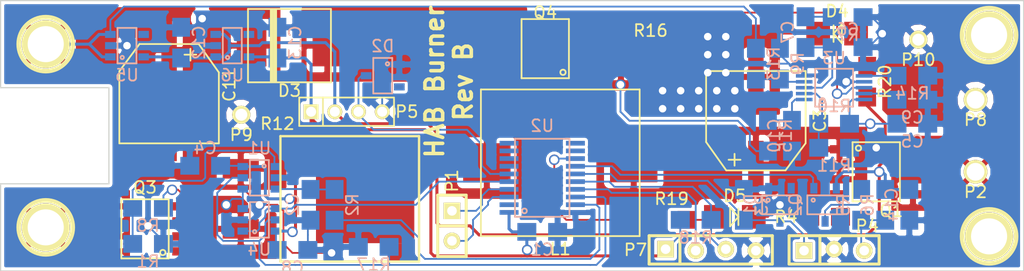
<source format=kicad_pcb>
(kicad_pcb (version 4) (host pcbnew "(after 2015-mar-04 BZR unknown)-product")
  (layers (0 F.Cu signal) (31 B.Cu signal hide) (34 B.Paste user) (35 F.Paste user) (36 B.SilkS user hide) (37 F.SilkS user) (38 B.Mask user) (39 F.Mask user) (44 Edge.Cuts user))
  (net 0 "")
  (net 1 /DATA_IN)
  (net 2 /NI_-)
  (net 3 GND)
  (net 4 +3.3V)
  (net 5 "Net-(C2-Pad1)")
  (net 6 "Net-(C3-PadP)")
  (net 7 "Net-(C6-Pad2)")
  (net 8 "Net-(C7-Pad1)")
  (net 9 "Net-(C9-Pad1)")
  (net 10 "Net-(C10-Pad1)")
  (net 11 +12V)
  (net 12 +5V)
  (net 13 /EXPANSION)
  (net 14 "Net-(D3-PadA)")
  (net 15 "Net-(P1-Pad1)")
  (net 16 "Net-(P1-Pad2)")
  (net 17 "Net-(P7-Pad2)")
  (net 18 "Net-(P7-Pad3)")
  (net 19 "Net-(Q1-PadG)")
  (net 20 "Net-(Q2-PadD)")
  (net 21 /DATA_OUT)
  (net 22 "Net-(Q3-PadS)")
  (net 23 "Net-(Q3-PadG)")
  (net 24 "Net-(Q4-PadS)")
  (net 25 "Net-(Q4-PadG)")
  (net 26 "Net-(R1-Pad1)")
  (net 27 /PWM)
  (net 28 "Net-(P4-Pad3)")
  (net 29 "Net-(R13-Pad1)")
  (net 30 "Net-(R10-Pad2)")
  (net 31 "Net-(R14-Pad1)")
  (net 32 /OP_CTRL)
  (net 33 /SENSE)
  (net 34 "Net-(U2-Pad7)")
  (net 35 "Net-(U2-Pad9)")
  (net 36 "Net-(U2-Pad11)")
  (net 37 "Net-(U2-Pad12)")
  (net 38 "Net-(P2-Pad1)")
  (net 39 "Net-(U2-Pad2)")
  (net 40 "Net-(U2-Pad10)")
  (net 41 "Net-(U2-Pad8)")
  (net 42 "Net-(D5-PadA)")
  (net 43 "Net-(R19-Pad2)")
  (net 44 "Net-(D4-PadA)")
  (module SMD:SMD_0805 (layer F.Cu) (at 224.79 165.354)
    (fp_text reference R20 (at 1.5 0 90) (layer F.SilkS))
    (fp_text value RES hide)
    (pad 1 smd rect (at 0 -1.3) (size 1.5 1.6) (layers F.Cu F.Paste F.Mask) (net 44 "Net-(D4-PadA)"))
    (pad 2 smd rect (at 0 1.3) (size 1.5 1.6) (layers F.Cu F.Paste F.Mask) (net 12 +5V))
  )
  (module SMD:SMD_0805 (layer F.Cu) (at 208.28 177.038 270)
    (fp_text reference R19 (at -1.778 0 360) (layer F.SilkS))
    (fp_text value RES hide)
    (pad 1 smd rect (at 0 -1.3 270) (size 1.5 1.6) (layers F.Cu F.Paste F.Mask) (net 42 "Net-(D5-PadA)"))
    (pad 2 smd rect (at 0 1.3 270) (size 1.5 1.6) (layers F.Cu F.Paste F.Mask) (net 43 "Net-(R19-Pad2)"))
  )
  (module Connectors:CONN_2.54mm_1x1 (layer F.Cu) (at 229.108 161.798)
    (fp_text reference P10 (at 0 1.7) (layer F.SilkS))
    (fp_text value CONN_1 hide)
    (pad 1 thru_hole circle (at 0 0) (size 1.524 1.524) (drill 1.016) (layers *.Cu *.Mask F.SilkS) (net 3 GND))
  )
  (module Connectors:CONN_2.54mm_1x1 (layer F.Cu) (at 171.958 168.148)
    (fp_text reference P9 (at 0 1.7) (layer F.SilkS))
    (fp_text value CONN_1 hide)
    (pad 1 thru_hole circle (at 0 0) (size 1.524 1.524) (drill 1.016) (layers *.Cu *.Mask F.SilkS) (net 3 GND))
  )
  (module SMD:SMD_0805 (layer B.Cu) (at 228.346 175.768 180)
    (fp_text reference C14 (at 1.5 0 450) (layer B.SilkS) (effects (justify mirror)))
    (fp_text value 1uF hide)
    (pad 1 smd rect (at 0 1.3 180) (size 1.5 1.6) (layers B.Cu B.Paste B.Mask) (net 12 +5V))
    (pad 2 smd rect (at 0 -1.3 180) (size 1.5 1.6) (layers B.Cu B.Paste B.Mask) (net 3 GND))
  )
  (module Connectors:CONN_2.54mm_1x1 (layer F.Cu) (at 233.934 172.974)
    (fp_text reference P2 (at 0 1.7) (layer F.SilkS))
    (fp_text value CONN_1 hide)
    (pad 1 thru_hole circle (at 0 0) (size 2 2) (drill 1.5) (layers *.Cu *.Mask F.SilkS) (net 38 "Net-(P2-Pad1)"))
  )
  (module Connectors:CONN_2.54mm_1x1 (layer F.Cu) (at 233.934 166.878)
    (fp_text reference P8 (at 0 1.7) (layer F.SilkS))
    (fp_text value CONN_1 hide)
    (pad 1 thru_hole circle (at 0 0) (size 2 2) (drill 1.5) (layers *.Cu *.Mask F.SilkS) (net 3 GND))
  )
  (module Diodes:DIODE_DO214AB-SMC (layer F.Cu) (at 176.022 162.306 90)
    (fp_text reference D3 (at -3.81 0 180) (layer F.SilkS))
    (fp_text value SL42-E3 hide)
    (pad C smd rect (at 0 -3.2 90) (size 3.5 2.5) (layers F.Cu F.Paste F.Mask) (net 11 +12V))
    (pad A smd rect (at 0 3.2 90) (size 3.5 2.5) (layers F.Cu F.Paste F.Mask) (net 14 "Net-(D3-PadA)"))
  )
  (module SMD:SOT-23-5 (layer B.Cu) (at 171.196 162.306 270)
    (fp_text reference U6 (at 2.5 0 540) (layer B.SilkS) (effects (justify mirror)))
    (fp_text value MIC5203-3.3 hide)
    (pad 4 smd rect (at -0.95 -1.4 270) (size 0.6 0.9) (layers B.Cu B.Paste B.Mask))
    (pad 2 smd rect (at 0 1.4 270) (size 0.6 0.9) (layers B.Cu B.Paste B.Mask) (net 3 GND))
    (pad 5 smd rect (at 0.95 -1.4 270) (size 0.6 0.9) (layers B.Cu B.Paste B.Mask) (net 4 +3.3V))
    (pad 3 smd rect (at -0.95 1.4 270) (size 0.6 0.9) (layers B.Cu B.Paste B.Mask) (net 12 +5V))
    (pad 1 smd rect (at 0.95 1.4 270) (size 0.6 0.9) (layers B.Cu B.Paste B.Mask) (net 12 +5V))
  )
  (module SMD:SOT-23-5 (layer B.Cu) (at 162.306 162.306 270)
    (fp_text reference U5 (at 2.5 0 540) (layer B.SilkS) (effects (justify mirror)))
    (fp_text value MIC5203-5.0 hide)
    (pad 4 smd rect (at -0.95 -1.4 270) (size 0.6 0.9) (layers B.Cu B.Paste B.Mask))
    (pad 2 smd rect (at 0 1.4 270) (size 0.6 0.9) (layers B.Cu B.Paste B.Mask) (net 3 GND))
    (pad 5 smd rect (at 0.95 -1.4 270) (size 0.6 0.9) (layers B.Cu B.Paste B.Mask) (net 12 +5V))
    (pad 3 smd rect (at -0.95 1.4 270) (size 0.6 0.9) (layers B.Cu B.Paste B.Mask) (net 11 +12V))
    (pad 1 smd rect (at 0.95 1.4 270) (size 0.6 0.9) (layers B.Cu B.Paste B.Mask) (net 11 +12V))
  )
  (module SMD:SOT-23-6 (layer B.Cu) (at 173.482 177.038 270)
    (fp_text reference U4 (at 2.5 0 540) (layer B.SilkS) (effects (justify mirror)))
    (fp_text value ADA4805-1 hide)
    (pad 4 smd rect (at -0.95 -1.4 270) (size 0.6 0.9) (layers B.Cu B.Paste B.Mask) (net 33 /SENSE))
    (pad 2 smd rect (at 0 1.4 270) (size 0.6 0.9) (layers B.Cu B.Paste B.Mask) (net 3 GND))
    (pad 6 smd rect (at 0.95 -1.4 270) (size 0.6 0.9) (layers B.Cu B.Paste B.Mask) (net 4 +3.3V))
    (pad 3 smd rect (at -0.95 1.4 270) (size 0.6 0.9) (layers B.Cu B.Paste B.Mask) (net 22 "Net-(Q3-PadS)"))
    (pad 1 smd rect (at 0.95 1.4 270) (size 0.6 0.9) (layers B.Cu B.Paste B.Mask) (net 33 /SENSE))
    (pad 5 smd rect (at 0 -1.4 270) (size 0.6 0.9) (layers B.Cu B.Paste B.Mask) (net 32 /OP_CTRL))
  )
  (module SMD:SOP_3.0mm_0.5mm_10 (layer B.Cu) (at 221.996 165.862 90)
    (fp_text reference U3 (at 2.5 0 360) (layer B.SilkS) (effects (justify mirror)))
    (fp_text value LM3481 hide)
    (pad 10 smd rect (at -1 2.525 90) (size 0.3 1.4) (layers B.Cu B.Paste B.Mask) (net 6 "Net-(C3-PadP)"))
    (pad 9 smd rect (at -0.5 2.525 90) (size 0.3 1.4) (layers B.Cu B.Paste B.Mask) (net 9 "Net-(C9-Pad1)"))
    (pad 8 smd rect (at 0 2.525 90) (size 0.3 1.4) (layers B.Cu B.Paste B.Mask) (net 25 "Net-(Q4-PadG)"))
    (pad 7 smd rect (at 0.5 2.525 90) (size 0.3 1.4) (layers B.Cu B.Paste B.Mask) (net 3 GND))
    (pad 6 smd rect (at 1 2.525 90) (size 0.3 1.4) (layers B.Cu B.Paste B.Mask) (net 31 "Net-(R14-Pad1)"))
    (pad 5 smd rect (at 1 -2.525 90) (size 0.3 1.4) (layers B.Cu B.Paste B.Mask) (net 3 GND))
    (pad 4 smd rect (at 0.5 -2.525 90) (size 0.3 1.4) (layers B.Cu B.Paste B.Mask) (net 29 "Net-(R13-Pad1)"))
    (pad 3 smd rect (at 0 -2.525 90) (size 0.3 1.4) (layers B.Cu B.Paste B.Mask) (net 7 "Net-(C6-Pad2)"))
    (pad 2 smd rect (at -0.5 -2.525 90) (size 0.3 1.4) (layers B.Cu B.Paste B.Mask) (net 30 "Net-(R10-Pad2)"))
    (pad 1 smd rect (at -1 -2.525 90) (size 0.3 1.4) (layers B.Cu B.Paste B.Mask) (net 10 "Net-(C10-Pad1)"))
  )
  (module SMD:SOP_4.5mm_0.65mm_20 (layer B.Cu) (at 197.358 173.482 90)
    (fp_text reference U2 (at 4.4 0 360) (layer B.SilkS) (effects (justify mirror)))
    (fp_text value MSP430G2553-20 hide)
    (pad 1 smd rect (at -2.925 -2.8 90) (size 0.4 1.6) (layers B.Cu B.Paste B.Mask) (net 4 +3.3V))
    (pad 2 smd rect (at -2.275 -2.8 90) (size 0.4 1.6) (layers B.Cu B.Paste B.Mask) (net 39 "Net-(U2-Pad2)"))
    (pad 3 smd rect (at -1.625 -2.8 90) (size 0.4 1.6) (layers B.Cu B.Paste B.Mask) (net 16 "Net-(P1-Pad2)"))
    (pad 4 smd rect (at -0.975 -2.8 90) (size 0.4 1.6) (layers B.Cu B.Paste B.Mask) (net 15 "Net-(P1-Pad1)"))
    (pad 5 smd rect (at -0.325 -2.8 90) (size 0.4 1.6) (layers B.Cu B.Paste B.Mask) (net 33 /SENSE))
    (pad 6 smd rect (at 0.325 -2.8 90) (size 0.4 1.6) (layers B.Cu B.Paste B.Mask) (net 13 /EXPANSION))
    (pad 7 smd rect (at 0.975 -2.8 90) (size 0.4 1.6) (layers B.Cu B.Paste B.Mask) (net 34 "Net-(U2-Pad7)"))
    (pad 8 smd rect (at 1.625 -2.8 90) (size 0.4 1.6) (layers B.Cu B.Paste B.Mask) (net 41 "Net-(U2-Pad8)"))
    (pad 9 smd rect (at 2.275 -2.8 90) (size 0.4 1.6) (layers B.Cu B.Paste B.Mask) (net 35 "Net-(U2-Pad9)"))
    (pad 10 smd rect (at 2.925 -2.8 90) (size 0.4 1.6) (layers B.Cu B.Paste B.Mask) (net 40 "Net-(U2-Pad10)"))
    (pad 11 smd rect (at 2.925 2.8 90) (size 0.4 1.6) (layers B.Cu B.Paste B.Mask) (net 36 "Net-(U2-Pad11)"))
    (pad 12 smd rect (at 2.275 2.8 90) (size 0.4 1.6) (layers B.Cu B.Paste B.Mask) (net 37 "Net-(U2-Pad12)"))
    (pad 13 smd rect (at 1.625 2.8 90) (size 0.4 1.6) (layers B.Cu B.Paste B.Mask) (net 43 "Net-(R19-Pad2)"))
    (pad 14 smd rect (at 0.975 2.8 90) (size 0.4 1.6) (layers B.Cu B.Paste B.Mask) (net 21 /DATA_OUT))
    (pad 15 smd rect (at 0.325 2.8 90) (size 0.4 1.6) (layers B.Cu B.Paste B.Mask) (net 1 /DATA_IN))
    (pad 16 smd rect (at -0.325 2.8 90) (size 0.4 1.6) (layers B.Cu B.Paste B.Mask) (net 18 "Net-(P7-Pad3)"))
    (pad 17 smd rect (at -0.975 2.8 90) (size 0.4 1.6) (layers B.Cu B.Paste B.Mask) (net 17 "Net-(P7-Pad2)"))
    (pad 18 smd rect (at -1.625 2.8 90) (size 0.4 1.6) (layers B.Cu B.Paste B.Mask) (net 32 /OP_CTRL))
    (pad 19 smd rect (at -2.275 2.8 90) (size 0.4 1.6) (layers B.Cu B.Paste B.Mask) (net 27 /PWM))
    (pad 20 smd rect (at -2.925 2.8 90) (size 0.4 1.6) (layers B.Cu B.Paste B.Mask) (net 3 GND))
  )
  (module SMD:SOT-23-6 (layer B.Cu) (at 173.482 173.482 90)
    (fp_text reference U1 (at 2.5 0 360) (layer B.SilkS) (effects (justify mirror)))
    (fp_text value ADA4805-1 hide)
    (pad 4 smd rect (at -0.95 -1.4 90) (size 0.6 0.9) (layers B.Cu B.Paste B.Mask) (net 22 "Net-(Q3-PadS)"))
    (pad 2 smd rect (at 0 1.4 90) (size 0.6 0.9) (layers B.Cu B.Paste B.Mask) (net 3 GND))
    (pad 6 smd rect (at 0.95 -1.4 90) (size 0.6 0.9) (layers B.Cu B.Paste B.Mask) (net 4 +3.3V))
    (pad 3 smd rect (at -0.95 1.4 90) (size 0.6 0.9) (layers B.Cu B.Paste B.Mask) (net 5 "Net-(C2-Pad1)"))
    (pad 1 smd rect (at 0.95 1.4 90) (size 0.6 0.9) (layers B.Cu B.Paste B.Mask) (net 26 "Net-(R1-Pad1)"))
    (pad 5 smd rect (at 0 -1.4 90) (size 0.6 0.9) (layers B.Cu B.Paste B.Mask) (net 32 /OP_CTRL))
  )
  (module SMD:SMD_0805 (layer B.Cu) (at 210.312 177.038 270)
    (fp_text reference R18 (at 1.5 0 540) (layer B.SilkS) (effects (justify mirror)))
    (fp_text value 10k hide)
    (pad 1 smd rect (at 0 1.3 270) (size 1.5 1.6) (layers B.Cu B.Paste B.Mask) (net 4 +3.3V))
    (pad 2 smd rect (at 0 -1.3 270) (size 1.5 1.6) (layers B.Cu B.Paste B.Mask) (net 18 "Net-(P7-Pad3)"))
  )
  (module SMD:SMD_0805 (layer B.Cu) (at 183.134 179.324 270)
    (fp_text reference R17 (at 1.5 0 540) (layer B.SilkS) (effects (justify mirror)))
    (fp_text value 10k hide)
    (pad 1 smd rect (at 0 1.3 270) (size 1.5 1.6) (layers B.Cu B.Paste B.Mask) (net 3 GND))
    (pad 2 smd rect (at 0 -1.3 270) (size 1.5 1.6) (layers B.Cu B.Paste B.Mask) (net 32 /OP_CTRL))
  )
  (module SMD:SMD_0805 (layer B.Cu) (at 216.408 169.926)
    (fp_text reference R15 (at 1.5 0 270) (layer B.SilkS) (effects (justify mirror)))
    (fp_text value 100 hide)
    (pad 1 smd rect (at 0 1.3) (size 1.5 1.6) (layers B.Cu B.Paste B.Mask) (net 24 "Net-(Q4-PadS)"))
    (pad 2 smd rect (at 0 -1.3) (size 1.5 1.6) (layers B.Cu B.Paste B.Mask) (net 10 "Net-(C10-Pad1)"))
  )
  (module SMD:SMD_0805 (layer B.Cu) (at 228.6 164.846 270)
    (fp_text reference R14 (at 1.5 0 540) (layer B.SilkS) (effects (justify mirror)))
    (fp_text value 40.2k hide)
    (pad 1 smd rect (at 0 1.3 270) (size 1.5 1.6) (layers B.Cu B.Paste B.Mask) (net 31 "Net-(R14-Pad1)"))
    (pad 2 smd rect (at 0 -1.3 270) (size 1.5 1.6) (layers B.Cu B.Paste B.Mask) (net 3 GND))
  )
  (module SMD:SMD_0805 (layer B.Cu) (at 215.392 163.83)
    (fp_text reference R13 (at 1.5 0 270) (layer B.SilkS) (effects (justify mirror)))
    (fp_text value 8.45k hide)
    (pad 1 smd rect (at 0 1.3) (size 1.5 1.6) (layers B.Cu B.Paste B.Mask) (net 29 "Net-(R13-Pad1)"))
    (pad 2 smd rect (at 0 -1.3) (size 1.5 1.6) (layers B.Cu B.Paste B.Mask) (net 11 +12V))
  )
  (module Resistors:RES_D2PACK (layer F.Cu) (at 175.26 175.26 270)
    (fp_text reference R12 (at -6.35 0.254 360) (layer F.SilkS))
    (fp_text value 1 hide)
    (pad 1 smd rect (at -2.54 3.35 270) (size 1.651 3.048) (layers F.Cu F.Paste F.Mask) (net 3 GND))
    (pad 3 smd rect (at 0 -7.15 270) (size 7.5 8.3) (layers F.Cu F.Paste F.Mask))
    (pad 2 smd rect (at 2.54 3.35 270) (size 1.651 3.048) (layers F.Cu F.Paste F.Mask) (net 22 "Net-(Q3-PadS)"))
    (pad 3 smd rect (at -4.5 -10.175 270) (size 1.5 2.25) (layers F.Cu F.Paste F.Mask))
    (pad 3 smd rect (at 4.5 -10.175 270) (size 1.5 2.25) (layers F.Cu F.Paste F.Mask))
  )
  (module SMD:SMD_0805 (layer B.Cu) (at 221.996 170.942 270)
    (fp_text reference R11 (at 1.5 0 540) (layer B.SilkS) (effects (justify mirror)))
    (fp_text value 45.3k hide)
    (pad 1 smd rect (at 0 1.3 270) (size 1.5 1.6) (layers B.Cu B.Paste B.Mask) (net 30 "Net-(R10-Pad2)"))
    (pad 2 smd rect (at 0 -1.3 270) (size 1.5 1.6) (layers B.Cu B.Paste B.Mask) (net 3 GND))
  )
  (module SMD:SMD_0805 (layer B.Cu) (at 221.996 168.91 90)
    (fp_text reference R10 (at 1.5 0 360) (layer B.SilkS) (effects (justify mirror)))
    (fp_text value 41.2k hide)
    (pad 1 smd rect (at 0 1.3 90) (size 1.5 1.6) (layers B.Cu B.Paste B.Mask) (net 6 "Net-(C3-PadP)"))
    (pad 2 smd rect (at 0 -1.3 90) (size 1.5 1.6) (layers B.Cu B.Paste B.Mask) (net 30 "Net-(R10-Pad2)"))
  )
  (module SMD:SMD_0805 (layer B.Cu) (at 217.424 163.83)
    (fp_text reference R9 (at 1.5 0 270) (layer B.SilkS) (effects (justify mirror)))
    (fp_text value 1k hide)
    (pad 1 smd rect (at 0 1.3) (size 1.5 1.6) (layers B.Cu B.Paste B.Mask) (net 29 "Net-(R13-Pad1)"))
    (pad 2 smd rect (at 0 -1.3) (size 1.5 1.6) (layers B.Cu B.Paste B.Mask) (net 3 GND))
  )
  (module SMD:SMD_0805 (layer B.Cu) (at 164.084 176.022 270)
    (fp_text reference R8 (at 1.5 0 540) (layer B.SilkS) (effects (justify mirror)))
    (fp_text value 1k hide)
    (pad 1 smd rect (at 0 1.3 270) (size 1.5 1.6) (layers B.Cu B.Paste B.Mask) (net 26 "Net-(R1-Pad1)"))
    (pad 2 smd rect (at 0 -1.3 270) (size 1.5 1.6) (layers B.Cu B.Paste B.Mask) (net 23 "Net-(Q3-PadG)"))
  )
  (module SMD:SMD_0805 (layer B.Cu) (at 223.139 159.893 270)
    (fp_text reference R7 (at 1.5 0 540) (layer B.SilkS) (effects (justify mirror)))
    (fp_text value 3.16k hide)
    (pad 1 smd rect (at 0 1.3 270) (size 1.5 1.6) (layers B.Cu B.Paste B.Mask) (net 8 "Net-(C7-Pad1)"))
    (pad 2 smd rect (at 0 -1.3 270) (size 1.5 1.6) (layers B.Cu B.Paste B.Mask) (net 3 GND))
  )
  (module SMD:SMD_0805 (layer B.Cu) (at 226.314 175.768 180)
    (fp_text reference R6 (at 1.5 0 450) (layer B.SilkS) (effects (justify mirror)))
    (fp_text value 400 hide)
    (pad 1 smd rect (at 0 1.3 180) (size 1.5 1.6) (layers B.Cu B.Paste B.Mask) (net 12 +5V))
    (pad 2 smd rect (at 0 -1.3 180) (size 1.5 1.6) (layers B.Cu B.Paste B.Mask) (net 28 "Net-(P4-Pad3)"))
  )
  (module SMD:SMD_0805 (layer B.Cu) (at 224.282 175.768 180)
    (fp_text reference R5 (at 1.5 0 450) (layer B.SilkS) (effects (justify mirror)))
    (fp_text value 240 hide)
    (pad 1 smd rect (at 0 1.3 180) (size 1.5 1.6) (layers B.Cu B.Paste B.Mask) (net 20 "Net-(Q2-PadD)"))
    (pad 2 smd rect (at 0 -1.3 180) (size 1.5 1.6) (layers B.Cu B.Paste B.Mask) (net 28 "Net-(P4-Pad3)"))
  )
  (module SMD:SMD_0805 (layer F.Cu) (at 221.234 176.784 270)
    (fp_text reference R4 (at 0 3.302 360) (layer F.SilkS))
    (fp_text value 10k hide)
    (pad 1 smd rect (at 0 -1.3 270) (size 1.5 1.6) (layers F.Cu F.Paste F.Mask) (net 19 "Net-(Q1-PadG)"))
    (pad 2 smd rect (at 0 1.3 270) (size 1.5 1.6) (layers F.Cu F.Paste F.Mask) (net 3 GND))
  )
  (module SMD:SMD_0805 (layer B.Cu) (at 214.376 175.768)
    (fp_text reference R3 (at 1.5 0 270) (layer B.SilkS) (effects (justify mirror)))
    (fp_text value 100 hide)
    (pad 1 smd rect (at 0 1.3) (size 1.5 1.6) (layers B.Cu B.Paste B.Mask) (net 1 /DATA_IN))
    (pad 2 smd rect (at 0 -1.3) (size 1.5 1.6) (layers B.Cu B.Paste B.Mask) (net 3 GND))
  )
  (module SMD:SMD_0805 (layer B.Cu) (at 179.832 175.768)
    (fp_text reference R2 (at 1.5 0 270) (layer B.SilkS) (effects (justify mirror)))
    (fp_text value 1.6k hide)
    (pad 1 smd rect (at 0 1.3) (size 1.5 1.6) (layers B.Cu B.Paste B.Mask) (net 27 /PWM))
    (pad 2 smd rect (at 0 -1.3) (size 1.5 1.6) (layers B.Cu B.Paste B.Mask) (net 5 "Net-(C2-Pad1)"))
  )
  (module SMD:SMD_0805 (layer B.Cu) (at 164.084 179.07 270)
    (fp_text reference R1 (at 1.5 0 540) (layer B.SilkS) (effects (justify mirror)))
    (fp_text value 10k hide)
    (pad 1 smd rect (at 0 1.3 270) (size 1.5 1.6) (layers B.Cu B.Paste B.Mask) (net 26 "Net-(R1-Pad1)"))
    (pad 2 smd rect (at 0 -1.3 270) (size 1.5 1.6) (layers B.Cu B.Paste B.Mask) (net 3 GND))
  )
  (module Transistors:TRANS_SO_4.0mm_1.27mm_8 (layer F.Cu) (at 197.612 162.56 90)
    (fp_text reference Q4 (at 3.048 0 180) (layer F.SilkS))
    (fp_text value IRF6201 hide)
    (pad S smd rect (at -1.905 3.1 90) (size 0.7 1.6) (layers F.Cu F.Paste F.Mask) (net 24 "Net-(Q4-PadS)"))
    (pad S smd rect (at -0.635 3.1 90) (size 0.7 1.6) (layers F.Cu F.Paste F.Mask) (net 24 "Net-(Q4-PadS)"))
    (pad S smd rect (at 0.635 3.1 90) (size 0.7 1.6) (layers F.Cu F.Paste F.Mask) (net 24 "Net-(Q4-PadS)"))
    (pad G smd rect (at 1.905 3.1 90) (size 0.7 1.6) (layers F.Cu F.Paste F.Mask) (net 25 "Net-(Q4-PadG)"))
    (pad D smd rect (at 1.905 -3.1 90) (size 0.7 1.6) (layers F.Cu F.Paste F.Mask) (net 14 "Net-(D3-PadA)"))
    (pad D smd rect (at 0.635 -3.1 90) (size 0.7 1.6) (layers F.Cu F.Paste F.Mask) (net 14 "Net-(D3-PadA)"))
    (pad D smd rect (at -0.635 -3.1 90) (size 0.7 1.6) (layers F.Cu F.Paste F.Mask) (net 14 "Net-(D3-PadA)"))
    (pad D smd rect (at -1.905 -3.1 90) (size 0.7 1.6) (layers F.Cu F.Paste F.Mask) (net 14 "Net-(D3-PadA)"))
  )
  (module Transistors:TRANS_SO_4.0mm_1.27mm_8 (layer F.Cu) (at 163.83 177.8 90)
    (fp_text reference Q3 (at 3.5 0 180) (layer F.SilkS))
    (fp_text value IRL6342 hide)
    (pad S smd rect (at -1.905 3.1 90) (size 0.7 1.6) (layers F.Cu F.Paste F.Mask) (net 22 "Net-(Q3-PadS)"))
    (pad S smd rect (at -0.635 3.1 90) (size 0.7 1.6) (layers F.Cu F.Paste F.Mask) (net 22 "Net-(Q3-PadS)"))
    (pad S smd rect (at 0.635 3.1 90) (size 0.7 1.6) (layers F.Cu F.Paste F.Mask) (net 22 "Net-(Q3-PadS)"))
    (pad G smd rect (at 1.905 3.1 90) (size 0.7 1.6) (layers F.Cu F.Paste F.Mask) (net 23 "Net-(Q3-PadG)"))
    (pad D smd rect (at 1.905 -3.1 90) (size 0.7 1.6) (layers F.Cu F.Paste F.Mask) (net 2 /NI_-))
    (pad D smd rect (at 0.635 -3.1 90) (size 0.7 1.6) (layers F.Cu F.Paste F.Mask) (net 2 /NI_-))
    (pad D smd rect (at -0.635 -3.1 90) (size 0.7 1.6) (layers F.Cu F.Paste F.Mask) (net 2 /NI_-))
    (pad D smd rect (at -1.905 -3.1 90) (size 0.7 1.6) (layers F.Cu F.Paste F.Mask) (net 2 /NI_-))
  )
  (module Transistors:TRANS_SOT-23-3 (layer B.Cu) (at 221.234 175.768 180)
    (fp_text reference Q2 (at 2.5 0 450) (layer B.SilkS) (effects (justify mirror)))
    (fp_text value IRLML6402 hide)
    (pad D smd rect (at 0 -1.4 180) (size 0.6 0.9) (layers B.Cu B.Paste B.Mask) (net 20 "Net-(Q2-PadD)"))
    (pad S smd rect (at -0.95 1.4 180) (size 0.6 0.9) (layers B.Cu B.Paste B.Mask) (net 12 +5V))
    (pad G smd rect (at 0.95 1.4 180) (size 0.6 0.9) (layers B.Cu B.Paste B.Mask) (net 21 /DATA_OUT))
  )
  (module Transistors:TRANS_SO_4.0mm_1.27mm_8 (layer F.Cu) (at 225.552 172.974 270)
    (fp_text reference Q1 (at 3.302 -1.27 360) (layer F.SilkS))
    (fp_text value IRF9310 hide)
    (pad S smd rect (at -1.905 3.1 270) (size 0.7 1.6) (layers F.Cu F.Paste F.Mask) (net 6 "Net-(C3-PadP)"))
    (pad S smd rect (at -0.635 3.1 270) (size 0.7 1.6) (layers F.Cu F.Paste F.Mask) (net 6 "Net-(C3-PadP)"))
    (pad S smd rect (at 0.635 3.1 270) (size 0.7 1.6) (layers F.Cu F.Paste F.Mask) (net 6 "Net-(C3-PadP)"))
    (pad G smd rect (at 1.905 3.1 270) (size 0.7 1.6) (layers F.Cu F.Paste F.Mask) (net 19 "Net-(Q1-PadG)"))
    (pad D smd rect (at 1.905 -3.1 270) (size 0.7 1.6) (layers F.Cu F.Paste F.Mask) (net 38 "Net-(P2-Pad1)"))
    (pad D smd rect (at 0.635 -3.1 270) (size 0.7 1.6) (layers F.Cu F.Paste F.Mask) (net 38 "Net-(P2-Pad1)"))
    (pad D smd rect (at -0.635 -3.1 270) (size 0.7 1.6) (layers F.Cu F.Paste F.Mask) (net 38 "Net-(P2-Pad1)"))
    (pad D smd rect (at -1.905 -3.1 270) (size 0.7 1.6) (layers F.Cu F.Paste F.Mask) (net 38 "Net-(P2-Pad1)"))
  )
  (module Connectors:CONN_2.00mm_1x4 (layer F.Cu) (at 180.848 167.894)
    (fp_text reference P5 (at 5.08 0) (layer F.SilkS))
    (fp_text value CONN_01X04 hide)
    (pad 1 thru_hole rect (at -3 0) (size 1.25 1.25) (drill 0.85) (layers *.Cu *.Mask F.SilkS) (net 4 +3.3V))
    (pad 2 thru_hole circle (at -1 0) (size 1.25 1.25) (drill 0.85) (layers *.Cu *.Mask F.SilkS) (net 12 +5V))
    (pad 3 thru_hole circle (at 1 0) (size 1.25 1.25) (drill 0.85) (layers *.Cu *.Mask F.SilkS) (net 13 /EXPANSION))
    (pad 4 thru_hole circle (at 3 0) (size 1.25 1.25) (drill 0.85) (layers *.Cu *.Mask F.SilkS) (net 3 GND))
  )
  (module Inductors:IND_BOURNS_SRP1238A (layer F.Cu) (at 198.882 172.212 270)
    (fp_text reference L1 (at 7.3 0 360) (layer F.SilkS))
    (fp_text value 1.8u hide)
    (pad 1 smd rect (at 0 -6.2 270) (size 3.3 4) (layers F.Cu F.Paste F.Mask) (net 6 "Net-(C3-PadP)"))
    (pad 2 smd rect (at 0 6.2 270) (size 3.3 4) (layers F.Cu F.Paste F.Mask) (net 14 "Net-(D3-PadA)"))
  )
  (module Diodes:DIODE_SOT-23-3 (layer B.Cu) (at 183.896 164.846 90)
    (fp_text reference D2 (at 2.5 0 360) (layer B.SilkS) (effects (justify mirror)))
    (fp_text value 3V hide)
    (pad C smd rect (at 0 -1.4 90) (size 0.6 0.9) (layers B.Cu B.Paste B.Mask) (net 13 /EXPANSION))
    (pad "" smd rect (at -0.95 1.4 90) (size 0.6 0.9) (layers B.Cu B.Paste B.Mask))
    (pad A smd rect (at 0.95 1.4 90) (size 0.6 0.9) (layers B.Cu B.Paste B.Mask) (net 3 GND))
  )
  (module Diodes:DIODE_SOT-23-3 (layer B.Cu) (at 217.424 175.768 180)
    (fp_text reference D1 (at 2.5 0 450) (layer B.SilkS) (effects (justify mirror)))
    (fp_text value 3V hide)
    (pad C smd rect (at 0 -1.4 180) (size 0.6 0.9) (layers B.Cu B.Paste B.Mask) (net 1 /DATA_IN))
    (pad "" smd rect (at -0.95 1.4 180) (size 0.6 0.9) (layers B.Cu B.Paste B.Mask))
    (pad A smd rect (at 0.95 1.4 180) (size 0.6 0.9) (layers B.Cu B.Paste B.Mask) (net 3 GND))
  )
  (module SMD:SMD_0805 (layer B.Cu) (at 175.006 162.052)
    (fp_text reference C13 (at 1.5 0 270) (layer B.SilkS) (effects (justify mirror)))
    (fp_text value 10u hide)
    (pad 1 smd rect (at 0 1.3) (size 1.5 1.6) (layers B.Cu B.Paste B.Mask) (net 4 +3.3V))
    (pad 2 smd rect (at 0 -1.3) (size 1.5 1.6) (layers B.Cu B.Paste B.Mask) (net 3 GND))
  )
  (module SMD:SMD_0805 (layer B.Cu) (at 166.878 162.052)
    (fp_text reference C12 (at 1.5 0 270) (layer B.SilkS) (effects (justify mirror)))
    (fp_text value 10u hide)
    (pad 1 smd rect (at 0 1.3) (size 1.5 1.6) (layers B.Cu B.Paste B.Mask) (net 12 +5V))
    (pad 2 smd rect (at 0 -1.3) (size 1.5 1.6) (layers B.Cu B.Paste B.Mask) (net 3 GND))
  )
  (module Capacitors:SMD_POL_E12_8.3mm (layer F.Cu) (at 165.862 166.37 180)
    (fp_text reference C11 (at -5.08 0.762 270) (layer F.SilkS))
    (fp_text value 390u hide)
    (pad N smd rect (at 0 -3.7 180) (size 1.3 4) (layers F.Cu F.Paste F.Mask) (net 3 GND))
    (pad P smd rect (at 0 3.7 180) (size 1.3 4) (layers F.Cu F.Paste F.Mask) (net 11 +12V))
  )
  (module SMD:SMD_0805 (layer B.Cu) (at 218.44 169.926 180)
    (fp_text reference C10 (at 1.5 0 450) (layer B.SilkS) (effects (justify mirror)))
    (fp_text value 10n hide)
    (pad 1 smd rect (at 0 1.3 180) (size 1.5 1.6) (layers B.Cu B.Paste B.Mask) (net 10 "Net-(C10-Pad1)"))
    (pad 2 smd rect (at 0 -1.3 180) (size 1.5 1.6) (layers B.Cu B.Paste B.Mask) (net 3 GND))
  )
  (module SMD:SMD_0805 (layer B.Cu) (at 228.6 166.878 270)
    (fp_text reference C9 (at 1.5 0 540) (layer B.SilkS) (effects (justify mirror)))
    (fp_text value 470n hide)
    (pad 1 smd rect (at 0 1.3 270) (size 1.5 1.6) (layers B.Cu B.Paste B.Mask) (net 9 "Net-(C9-Pad1)"))
    (pad 2 smd rect (at 0 -1.3 270) (size 1.5 1.6) (layers B.Cu B.Paste B.Mask) (net 3 GND))
  )
  (module SMD:SMD_0805 (layer B.Cu) (at 176.276 179.578 270)
    (fp_text reference C8 (at 1.5 0 540) (layer B.SilkS) (effects (justify mirror)))
    (fp_text value 0.1uF hide)
    (pad 1 smd rect (at 0 1.3 270) (size 1.5 1.6) (layers B.Cu B.Paste B.Mask) (net 4 +3.3V))
    (pad 2 smd rect (at 0 -1.3 270) (size 1.5 1.6) (layers B.Cu B.Paste B.Mask) (net 3 GND))
  )
  (module SMD:SMD_0805 (layer B.Cu) (at 219.583 161.163 180)
    (fp_text reference C7 (at 1.5 0 450) (layer B.SilkS) (effects (justify mirror)))
    (fp_text value 47n hide)
    (pad 1 smd rect (at 0 1.3 180) (size 1.5 1.6) (layers B.Cu B.Paste B.Mask) (net 8 "Net-(C7-Pad1)"))
    (pad 2 smd rect (at 0 -1.3 180) (size 1.5 1.6) (layers B.Cu B.Paste B.Mask) (net 7 "Net-(C6-Pad2)"))
  )
  (module SMD:SMD_0805 (layer B.Cu) (at 223.139 162.433 90)
    (fp_text reference C6 (at 1.5 0 360) (layer B.SilkS) (effects (justify mirror)))
    (fp_text value 2.2n hide)
    (pad 1 smd rect (at 0 1.3 90) (size 1.5 1.6) (layers B.Cu B.Paste B.Mask) (net 3 GND))
    (pad 2 smd rect (at 0 -1.3 90) (size 1.5 1.6) (layers B.Cu B.Paste B.Mask) (net 7 "Net-(C6-Pad2)"))
  )
  (module SMD:SMD_0805 (layer B.Cu) (at 228.6 168.91 270)
    (fp_text reference C5 (at 1.5 0 540) (layer B.SilkS) (effects (justify mirror)))
    (fp_text value 1u hide)
    (pad 1 smd rect (at 0 1.3 270) (size 1.5 1.6) (layers B.Cu B.Paste B.Mask) (net 6 "Net-(C3-PadP)"))
    (pad 2 smd rect (at 0 -1.3 270) (size 1.5 1.6) (layers B.Cu B.Paste B.Mask) (net 3 GND))
  )
  (module SMD:SMD_0805 (layer B.Cu) (at 168.91 172.466 90)
    (fp_text reference C4 (at 1.5 0 360) (layer B.SilkS) (effects (justify mirror)))
    (fp_text value 0.1uF hide)
    (pad 1 smd rect (at 0 1.3 90) (size 1.5 1.6) (layers B.Cu B.Paste B.Mask) (net 4 +3.3V))
    (pad 2 smd rect (at 0 -1.3 90) (size 1.5 1.6) (layers B.Cu B.Paste B.Mask) (net 3 GND))
  )
  (module Capacitors:SMD_POL_E12_8.3mm (layer F.Cu) (at 215.392 168.656)
    (fp_text reference C3 (at 5.4 0 90) (layer F.SilkS))
    (fp_text value 390u hide)
    (pad N smd rect (at 0 -3.7) (size 1.3 4) (layers F.Cu F.Paste F.Mask) (net 3 GND))
    (pad P smd rect (at 0 3.7) (size 1.3 4) (layers F.Cu F.Paste F.Mask) (net 6 "Net-(C3-PadP)"))
  )
  (module SMD:SMD_0805 (layer B.Cu) (at 177.8 175.768 180)
    (fp_text reference C2 (at 1.5 0 450) (layer B.SilkS) (effects (justify mirror)))
    (fp_text value 0.1uF hide)
    (pad 1 smd rect (at 0 1.3 180) (size 1.5 1.6) (layers B.Cu B.Paste B.Mask) (net 5 "Net-(C2-Pad1)"))
    (pad 2 smd rect (at 0 -1.3 180) (size 1.5 1.6) (layers B.Cu B.Paste B.Mask) (net 3 GND))
  )
  (module SMD:SMD_0805 (layer B.Cu) (at 197.358 178.054 270)
    (fp_text reference C1 (at 1.5 0 540) (layer B.SilkS) (effects (justify mirror)))
    (fp_text value 0.1uF hide)
    (pad 1 smd rect (at 0 1.3 270) (size 1.5 1.6) (layers B.Cu B.Paste B.Mask) (net 4 +3.3V))
    (pad 2 smd rect (at 0 -1.3 270) (size 1.5 1.6) (layers B.Cu B.Paste B.Mask) (net 3 GND))
  )
  (module 1pin (layer F.Cu) (at 155.448 177.673)
    (fp_text reference P6 hide)
    (fp_text value CONN_1 hide)
    (pad 1 thru_hole circle (at 0 0) (size 4.064 4.064) (drill 3.048) (layers *.Cu *.Mask F.SilkS) (net 2 /NI_-))
  )
  (module 1pin (layer F.Cu) (at 155.448 162.179)
    (fp_text reference P3 hide)
    (fp_text value CONN_1 hide)
    (pad 1 thru_hole circle (at 0 0) (size 4.064 4.064) (drill 3.048) (layers *.Cu *.Mask F.SilkS) (net 11 +12V))
  )
  (module 1pin (layer F.Cu) (at 235.077 161.417)
    (fp_text reference 1PIN hide)
    (fp_text value P*** hide)
    (pad 1 thru_hole circle (at 0 0) (size 4.064 4.064) (drill 3.048) (layers *.Cu *.Mask F.SilkS))
  )
  (module 1pin (layer F.Cu) (at 235.077 178.435)
    (fp_text reference 1PIN hide)
    (fp_text value P*** hide)
    (pad 1 thru_hole circle (at 0 0) (size 4.064 4.064) (drill 3.048) (layers *.Cu *.Mask F.SilkS))
  )
  (module Connectors:CONN_2.54mm_1x2 (layer F.Cu) (at 189.738 177.546 90)
    (fp_text reference P1 (at 3.81 0 90) (layer F.SilkS))
    (fp_text value CONN_2 hide)
    (pad 1 thru_hole rect (at 1.27 0 90) (size 1.397 1.397) (drill 0.8128) (layers *.Cu *.Mask F.SilkS) (net 15 "Net-(P1-Pad1)"))
    (pad 2 thru_hole circle (at -1.27 0 90) (size 1.397 1.397) (drill 0.8128) (layers *.Cu *.Mask F.SilkS) (net 16 "Net-(P1-Pad2)"))
  )
  (module Connectors:CONN_2.54mm_1x4 (layer F.Cu) (at 211.582 179.578 180)
    (fp_text reference P7 (at 6.35 0 180) (layer F.SilkS))
    (fp_text value CONN_4 hide)
    (pad 2 thru_hole circle (at 1.27 -0.06096 180) (size 1.397 1.397) (drill 0.8128) (layers *.Cu *.Mask F.SilkS) (net 17 "Net-(P7-Pad2)"))
    (pad 3 thru_hole circle (at -1.27 0.06096 180) (size 1.397 1.397) (drill 0.8128) (layers *.Cu *.Mask F.SilkS) (net 18 "Net-(P7-Pad3)"))
    (pad 1 thru_hole rect (at 3.81 0.06096 180) (size 1.397 1.397) (drill 0.8128) (layers *.Cu *.Mask F.SilkS) (net 4 +3.3V))
    (pad 4 thru_hole circle (at -3.81 -0.06096 180) (size 1.397 1.397) (drill 0.8128) (layers *.Cu *.Mask F.SilkS) (net 3 GND))
  )
  (module Connectors:CONN_2.54mm_1x3 (layer F.Cu) (at 221.996 179.578 180)
    (fp_text reference P4 (at -2.794 2.032 180) (layer F.SilkS))
    (fp_text value CONN_01X03 hide)
    (pad 1 thru_hole rect (at 2.54 -0.06096 180) (size 1.397 1.397) (drill 0.8128) (layers *.Cu *.Mask F.SilkS) (net 1 /DATA_IN))
    (pad 2 thru_hole circle (at 0 0.06096 180) (size 1.397 1.397) (drill 0.8128) (layers *.Cu *.Mask F.SilkS) (net 3 GND))
    (pad 3 thru_hole circle (at -2.54 -0.06096 180) (size 1.397 1.397) (drill 0.8128) (layers *.Cu *.Mask F.SilkS) (net 28 "Net-(P4-Pad3)"))
  )
  (module LEDs:LED_1206 (layer F.Cu) (at 222.25 161.29 270)
    (fp_text reference D4 (at -1.9 0 360) (layer F.SilkS))
    (fp_text value D_LED hide)
    (pad A smd rect (at 0 -1.6 270) (size 2 2) (layers F.Cu F.Paste F.Mask) (net 44 "Net-(D4-PadA)"))
    (pad C smd rect (at 0 1.6 270) (size 2 2) (layers F.Cu F.Paste F.Mask) (net 3 GND))
  )
  (module LEDs:LED_1206 (layer F.Cu) (at 213.614 176.784 90)
    (fp_text reference D5 (at 1.778 0 180) (layer F.SilkS))
    (fp_text value D_LED hide)
    (pad A smd rect (at 0 -1.6 90) (size 2 2) (layers F.Cu F.Paste F.Mask) (net 42 "Net-(D5-PadA)"))
    (pad C smd rect (at 0 1.6 90) (size 2 2) (layers F.Cu F.Paste F.Mask) (net 3 GND))
  )
  (module SMD:SMD_2010 (layer F.Cu) (at 206.502 163.322 90)
    (fp_text reference R16 (at 2.286 0 180) (layer F.SilkS))
    (fp_text value 3m hide)
    (pad 1 smd rect (at 0 -2.5 90) (size 2.8 2) (layers F.Cu F.Paste F.Mask) (net 24 "Net-(Q4-PadS)"))
    (pad 2 smd rect (at 0 2.5 90) (size 2.8 2) (layers F.Cu F.Paste F.Mask) (net 3 GND))
  )
  (gr_text "HAB Burner\nRev B" (at 189.484 165.354 90) (layer F.SilkS) (effects (font (size 1.5 1.5) (thickness 0.3))))
  (gr_line (start 237.998 158.496) (end 237.998 181.356) (angle 90) (layer Edge.Cuts) (width 0.1))
  (gr_line (start 191.008 158.496) (end 237.998 158.496) (angle 90) (layer Edge.Cuts) (width 0.1))
  (gr_line (start 237.998 181.356) (end 237.744 181.356) (angle 90) (layer Edge.Cuts) (width 0.1))
  (gr_line (start 191.008 181.356) (end 237.744 181.356) (angle 90) (layer Edge.Cuts) (width 0.1))
  (gr_line (start 151.638 181.356) (end 191.008 181.356) (angle 90) (layer Edge.Cuts) (width 0.1))
  (gr_line (start 160.782 173.99) (end 151.638 173.99) (angle 90) (layer Edge.Cuts) (width 0.1))
  (gr_line (start 151.638 173.99) (end 151.638 181.356) (angle 90) (layer Edge.Cuts) (width 0.1))
  (gr_line (start 191.008 158.496) (end 151.638 158.496) (angle 90) (layer Edge.Cuts) (width 0.1))
  (gr_line (start 151.638 165.862) (end 151.638 158.496) (angle 90) (layer Edge.Cuts) (width 0.1))
  (gr_line (start 160.782 165.862) (end 151.638 165.862) (angle 90) (layer Edge.Cuts) (width 0.1))
  (gr_line (start 160.782 165.862) (end 160.782 173.99) (angle 90) (layer Edge.Cuts) (width 0.1))
  (segment (start 214.376 177.068) (end 217.324 177.068) (width 0.1524) (layer B.Cu) (net 1))
  (segment (start 214.376 177.068) (end 214.66 177.068) (width 0.1524) (layer B.Cu) (net 1))
  (segment (start 217.324 177.068) (end 217.424 177.168) (width 0.1524) (layer B.Cu) (net 1))
  (segment (start 218.316 177.168) (end 219.456 178.308) (width 0.1524) (layer B.Cu) (net 1))
  (segment (start 219.456 178.308) (end 219.456 179.63896) (width 0.1524) (layer B.Cu) (net 1))
  (segment (start 217.424 177.168) (end 218.316 177.168) (width 0.1524) (layer B.Cu) (net 1))
  (segment (start 211.328 173.736) (end 203.708 173.736) (width 0.1524) (layer B.Cu) (net 1))
  (segment (start 203.708 173.736) (end 203.129 173.157) (width 0.1524) (layer B.Cu) (net 1))
  (segment (start 203.129 173.157) (end 200.158 173.157) (width 0.1524) (layer B.Cu) (net 1))
  (segment (start 214.376 176.784) (end 211.328 173.736) (width 0.1524) (layer B.Cu) (net 1))
  (segment (start 214.376 177.068) (end 214.376 176.784) (width 0.1524) (layer B.Cu) (net 1))
  (segment (start 215.214 176.784) (end 216.408 176.784) (width 0.1524) (layer F.Cu) (net 3))
  (segment (start 216.408 176.784) (end 217.424 175.768) (width 0.1524) (layer F.Cu) (net 3))
  (segment (start 220.65 161.29) (end 216.662 161.29) (width 0.1524) (layer F.Cu) (net 3))
  (segment (start 177.576 179.578) (end 179.324 179.578) (width 0.1524) (layer B.Cu) (net 3))
  (segment (start 175.006 175.768) (end 173.482 175.768) (width 0.1524) (layer F.Cu) (net 3))
  (segment (start 175.514 176.276) (end 175.006 175.768) (width 0.1524) (layer F.Cu) (net 3))
  (segment (start 175.514 179.07) (end 175.514 176.276) (width 0.1524) (layer F.Cu) (net 3))
  (segment (start 176.276 179.832) (end 175.514 179.07) (width 0.1524) (layer F.Cu) (net 3))
  (segment (start 179.578 179.832) (end 176.276 179.832) (width 0.1524) (layer F.Cu) (net 3))
  (via (at 179.578 179.832) (size 0.889) (layers F.Cu B.Cu) (net 3))
  (segment (start 179.324 179.578) (end 179.578 179.832) (width 0.1524) (layer B.Cu) (net 3))
  (segment (start 172.082 177.038) (end 172.72 177.038) (width 0.1524) (layer B.Cu) (net 3))
  (segment (start 172.72 177.038) (end 173.482 176.276) (width 0.1524) (layer B.Cu) (net 3))
  (segment (start 173.482 176.276) (end 173.482 175.768) (width 0.1524) (layer B.Cu) (net 3))
  (via (at 173.482 175.768) (size 0.889) (layers F.Cu B.Cu) (net 3))
  (segment (start 171.958 174.244) (end 171.958 172.768) (width 0.1524) (layer F.Cu) (net 3))
  (segment (start 173.482 175.768) (end 171.958 174.244) (width 0.1524) (layer F.Cu) (net 3))
  (segment (start 171.958 172.768) (end 171.91 172.72) (width 0.1524) (layer F.Cu) (net 3))
  (segment (start 219.934 176.784) (end 218.44 176.784) (width 0.1524) (layer F.Cu) (net 3))
  (segment (start 216.474 175.072) (end 216.474 174.368) (width 0.1524) (layer B.Cu) (net 3))
  (via (at 217.424 175.768) (size 0.889) (layers F.Cu B.Cu) (net 3))
  (segment (start 217.17 175.768) (end 217.424 175.768) (width 0.1524) (layer B.Cu) (net 3))
  (segment (start 216.474 175.072) (end 217.17 175.768) (width 0.1524) (layer B.Cu) (net 3))
  (segment (start 218.44 176.784) (end 217.424 175.768) (width 0.1524) (layer F.Cu) (net 3))
  (segment (start 218.186 163.83) (end 213.614 163.83) (width 0.1524) (layer B.Cu) (net 3))
  (segment (start 213.614 163.83) (end 212.852 163.068) (width 0.1524) (layer B.Cu) (net 3))
  (segment (start 209.002 165.648) (end 208.534 166.116) (width 0.254) (layer F.Cu) (net 3))
  (segment (start 208.534 166.116) (end 207.518 166.116) (width 0.254) (layer F.Cu) (net 3))
  (via (at 207.518 166.116) (size 0.889) (layers F.Cu B.Cu) (net 3))
  (via (at 207.518 167.64) (size 0.889) (layers F.Cu B.Cu) (net 3))
  (segment (start 207.518 167.64) (end 209.042 167.64) (width 0.254) (layer F.Cu) (net 3))
  (via (at 209.042 167.64) (size 0.889) (layers F.Cu B.Cu) (net 3))
  (via (at 209.042 166.116) (size 0.889) (layers F.Cu B.Cu) (net 3))
  (segment (start 209.042 166.116) (end 210.566 166.116) (width 0.254) (layer F.Cu) (net 3))
  (via (at 210.566 166.116) (size 0.889) (layers F.Cu B.Cu) (net 3))
  (via (at 210.566 167.64) (size 0.889) (layers F.Cu B.Cu) (net 3))
  (segment (start 210.566 167.64) (end 212.09 167.64) (width 0.254) (layer F.Cu) (net 3))
  (via (at 212.09 167.64) (size 0.889) (layers F.Cu B.Cu) (net 3))
  (via (at 212.09 166.116) (size 0.889) (layers F.Cu B.Cu) (net 3))
  (segment (start 212.09 166.116) (end 213.614 166.116) (width 0.254) (layer F.Cu) (net 3))
  (via (at 213.614 166.116) (size 0.889) (layers F.Cu B.Cu) (net 3))
  (via (at 213.614 167.64) (size 0.889) (layers F.Cu B.Cu) (net 3))
  (segment (start 209.002 163.322) (end 209.002 165.648) (width 0.254) (layer F.Cu) (net 3))
  (segment (start 210.82 163.322) (end 211.328 162.814) (width 0.254) (layer F.Cu) (net 3))
  (segment (start 211.328 162.814) (end 211.328 161.544) (width 0.254) (layer F.Cu) (net 3))
  (via (at 211.328 161.544) (size 0.889) (layers F.Cu B.Cu) (net 3))
  (via (at 212.852 161.544) (size 0.889) (layers F.Cu B.Cu) (net 3))
  (via (at 212.852 163.068) (size 0.889) (layers F.Cu B.Cu) (net 3))
  (segment (start 212.852 163.068) (end 211.328 163.068) (width 0.254) (layer F.Cu) (net 3))
  (via (at 212.852 164.592) (size 0.889) (layers F.Cu B.Cu) (net 3))
  (segment (start 211.328 164.592) (end 212.852 164.592) (width 0.254) (layer F.Cu) (net 3))
  (via (at 211.328 164.592) (size 0.889) (layers F.Cu B.Cu) (net 3))
  (via (at 211.328 163.068) (size 0.889) (layers F.Cu B.Cu) (net 3))
  (segment (start 209.002 163.322) (end 210.82 163.322) (width 0.254) (layer F.Cu) (net 3))
  (via (at 162.306 162.306) (size 0.889) (layers F.Cu B.Cu) (net 3))
  (segment (start 160.906 162.306) (end 162.306 162.306) (width 0.254) (layer B.Cu) (net 3))
  (segment (start 167.924 160.752) (end 168.656 160.02) (width 0.254) (layer B.Cu) (net 3))
  (segment (start 168.91 162.306) (end 169.796 162.306) (width 0.254) (layer B.Cu) (net 3))
  (segment (start 168.656 162.052) (end 168.656 160.02) (width 0.254) (layer B.Cu) (net 3))
  (segment (start 168.91 162.306) (end 168.656 162.052) (width 0.254) (layer B.Cu) (net 3))
  (segment (start 166.878 160.752) (end 167.924 160.752) (width 0.254) (layer B.Cu) (net 3))
  (segment (start 174.214 160.752) (end 173.482 160.02) (width 0.254) (layer B.Cu) (net 3))
  (segment (start 173.482 160.02) (end 168.656 160.02) (width 0.254) (layer B.Cu) (net 3))
  (via (at 168.656 160.02) (size 0.889) (layers F.Cu B.Cu) (net 3))
  (segment (start 175.006 160.752) (end 174.214 160.752) (width 0.254) (layer B.Cu) (net 3))
  (via (at 226.06 161.29) (size 0.889) (layers F.Cu B.Cu) (net 3))
  (segment (start 224.917 162.433) (end 226.06 161.29) (width 0.1524) (layer B.Cu) (net 3))
  (segment (start 224.439 162.433) (end 224.917 162.433) (width 0.1524) (layer B.Cu) (net 3))
  (segment (start 226.06 160.782) (end 226.06 161.29) (width 0.1524) (layer B.Cu) (net 3))
  (segment (start 225.171 159.893) (end 226.06 160.782) (width 0.1524) (layer B.Cu) (net 3))
  (segment (start 224.439 159.893) (end 225.171 159.893) (width 0.1524) (layer B.Cu) (net 3))
  (segment (start 223.02 165.362) (end 223.012 165.354) (width 0.1524) (layer B.Cu) (net 3))
  (via (at 223.012 165.354) (size 0.889) (layers F.Cu B.Cu) (net 3))
  (segment (start 224.521 165.362) (end 223.02 165.362) (width 0.1524) (layer B.Cu) (net 3))
  (segment (start 229.9 164.846) (end 230.632 164.846) (width 0.1524) (layer B.Cu) (net 3))
  (segment (start 229.9 166.878) (end 230.632 166.878) (width 0.1524) (layer B.Cu) (net 3))
  (via (at 225.552 170.942) (size 0.889) (layers F.Cu B.Cu) (net 3))
  (segment (start 223.296 170.942) (end 225.552 170.942) (width 0.1524) (layer B.Cu) (net 3))
  (segment (start 218.44 171.226) (end 218.44 171.958) (width 0.1524) (layer B.Cu) (net 3))
  (segment (start 219.471 164.353) (end 219.471 164.862) (width 0.1524) (layer B.Cu) (net 3))
  (segment (start 219.202 164.084) (end 219.471 164.353) (width 0.1524) (layer B.Cu) (net 3))
  (segment (start 218.44 164.084) (end 219.202 164.084) (width 0.1524) (layer B.Cu) (net 3))
  (segment (start 217.424 163.068) (end 218.186 163.83) (width 0.1524) (layer B.Cu) (net 3))
  (segment (start 218.186 163.83) (end 218.44 164.084) (width 0.1524) (layer B.Cu) (net 3))
  (segment (start 217.424 162.53) (end 217.424 163.068) (width 0.1524) (layer B.Cu) (net 3))
  (segment (start 220.964 164.862) (end 220.98 164.846) (width 0.1524) (layer B.Cu) (net 3))
  (segment (start 219.471 164.862) (end 220.964 164.862) (width 0.1524) (layer B.Cu) (net 3))
  (segment (start 220.98 164.846) (end 220.964 164.862) (width 0.1524) (layer B.Cu) (net 3))
  (segment (start 183.848 164.64) (end 184.592 163.896) (width 0.1524) (layer B.Cu) (net 3))
  (segment (start 184.592 163.896) (end 185.296 163.896) (width 0.1524) (layer B.Cu) (net 3))
  (segment (start 183.848 167.894) (end 183.848 164.64) (width 0.1524) (layer B.Cu) (net 3))
  (segment (start 165.384 179.07) (end 165.384 178.846) (width 0.1524) (layer B.Cu) (net 3))
  (segment (start 165.384 178.846) (end 164.084 177.546) (width 0.1524) (layer B.Cu) (net 3))
  (via (at 164.084 177.546) (size 0.889) (layers F.Cu B.Cu) (net 3))
  (segment (start 229.9 168.91) (end 229.9 166.878) (width 0.1524) (layer B.Cu) (net 3))
  (segment (start 229.9 166.878) (end 229.9 164.846) (width 0.1524) (layer B.Cu) (net 3))
  (segment (start 215.038 175.13) (end 214.376 174.468) (width 0.1524) (layer B.Cu) (net 3))
  (segment (start 216.374 174.468) (end 216.474 174.368) (width 0.1524) (layer B.Cu) (net 3))
  (segment (start 214.376 174.468) (end 216.374 174.468) (width 0.1524) (layer B.Cu) (net 3))
  (segment (start 177.576 177.292) (end 177.8 177.068) (width 0.1524) (layer B.Cu) (net 3))
  (segment (start 177.576 178.308) (end 177.576 177.292) (width 0.1524) (layer B.Cu) (net 3))
  (segment (start 177.576 179.578) (end 177.576 178.308) (width 0.1524) (layer B.Cu) (net 3))
  (segment (start 200.158 177.794) (end 199.898 178.054) (width 0.1524) (layer B.Cu) (net 3))
  (segment (start 199.898 178.054) (end 198.658 178.054) (width 0.1524) (layer B.Cu) (net 3))
  (segment (start 200.158 177.8) (end 200.158 177.794) (width 0.1524) (layer B.Cu) (net 3))
  (segment (start 200.158 176.407) (end 200.158 177.8) (width 0.1524) (layer B.Cu) (net 3))
  (segment (start 171.958 172.768) (end 171.91 172.72) (width 0.1524) (layer F.Cu) (net 3))
  (segment (start 172.212 172.72) (end 171.91 172.72) (width 0.1524) (layer F.Cu) (net 3))
  (segment (start 196.088 180.086) (end 196.088 179.578) (width 0.254) (layer F.Cu) (net 4))
  (via (at 196.088 179.578) (size 0.889) (layers F.Cu B.Cu) (net 4))
  (segment (start 196.088 179.578) (end 196.058 179.548) (width 0.254) (layer B.Cu) (net 4))
  (segment (start 207.20304 180.086) (end 196.088 180.086) (width 0.254) (layer F.Cu) (net 4))
  (segment (start 178.816 169.418) (end 187.452 169.418) (width 0.254) (layer F.Cu) (net 4))
  (segment (start 187.452 169.418) (end 187.96 169.926) (width 0.254) (layer F.Cu) (net 4))
  (segment (start 187.96 169.926) (end 187.96 179.832) (width 0.254) (layer F.Cu) (net 4))
  (segment (start 187.96 179.832) (end 188.214 180.086) (width 0.254) (layer F.Cu) (net 4))
  (segment (start 188.214 180.086) (end 195.58 180.086) (width 0.254) (layer F.Cu) (net 4))
  (segment (start 195.58 180.086) (end 196.088 180.086) (width 0.254) (layer F.Cu) (net 4))
  (segment (start 178.816 169.418) (end 177.848 168.45) (width 0.254) (layer F.Cu) (net 4))
  (segment (start 207.20304 180.086) (end 207.772 179.51704) (width 0.254) (layer F.Cu) (net 4))
  (segment (start 176.022 175.26) (end 174.244 175.26) (width 0.254) (layer B.Cu) (net 4))
  (via (at 176.022 175.26) (size 0.889) (layers F.Cu B.Cu) (net 4))
  (segment (start 176.53 175.26) (end 176.022 175.26) (width 0.254) (layer F.Cu) (net 4))
  (segment (start 173.802 172.532) (end 172.082 172.532) (width 0.254) (layer B.Cu) (net 4))
  (segment (start 173.99 172.72) (end 173.802 172.532) (width 0.254) (layer B.Cu) (net 4))
  (segment (start 173.99 175.006) (end 173.99 172.72) (width 0.254) (layer B.Cu) (net 4))
  (segment (start 174.244 175.26) (end 173.99 175.006) (width 0.254) (layer B.Cu) (net 4))
  (segment (start 176.53 178.054) (end 176.276 178.054) (width 0.254) (layer F.Cu) (net 4))
  (segment (start 177.848 169.116) (end 176.53 170.434) (width 0.254) (layer F.Cu) (net 4))
  (segment (start 176.53 170.434) (end 176.53 175.26) (width 0.254) (layer F.Cu) (net 4))
  (segment (start 176.53 175.26) (end 176.53 178.054) (width 0.254) (layer F.Cu) (net 4))
  (segment (start 177.848 167.894) (end 177.848 169.116) (width 0.254) (layer F.Cu) (net 4))
  (segment (start 176.21 177.988) (end 174.882 177.988) (width 0.254) (layer B.Cu) (net 4))
  (segment (start 176.276 178.054) (end 176.21 177.988) (width 0.254) (layer B.Cu) (net 4))
  (via (at 176.276 178.054) (size 0.889) (layers F.Cu B.Cu) (net 4))
  (segment (start 177.848 167.894) (end 177.848 168.45) (width 0.254) (layer F.Cu) (net 4))
  (segment (start 196.058 178.054) (end 196.058 179.548) (width 0.254) (layer B.Cu) (net 4))
  (segment (start 196.058 179.548) (end 196.088 179.578) (width 0.254) (layer B.Cu) (net 4))
  (segment (start 196.058 178.054) (end 194.818 178.054) (width 0.254) (layer B.Cu) (net 4))
  (segment (start 194.558 177.794) (end 194.558 176.407) (width 0.254) (layer B.Cu) (net 4))
  (segment (start 194.818 178.054) (end 194.558 177.794) (width 0.254) (layer B.Cu) (net 4))
  (segment (start 175.006 163.352) (end 177.322 163.352) (width 0.254) (layer B.Cu) (net 4))
  (segment (start 177.848 163.878) (end 177.848 167.894) (width 0.254) (layer B.Cu) (net 4))
  (segment (start 177.322 163.352) (end 177.848 163.878) (width 0.254) (layer B.Cu) (net 4))
  (segment (start 174.882 177.988) (end 174.882 179.484) (width 0.1524) (layer B.Cu) (net 4))
  (segment (start 174.882 179.484) (end 174.976 179.578) (width 0.1524) (layer B.Cu) (net 4))
  (segment (start 174.782 178.088) (end 174.882 177.988) (width 0.254) (layer B.Cu) (net 4))
  (segment (start 174.91 163.256) (end 175.006 163.352) (width 0.254) (layer B.Cu) (net 4))
  (segment (start 172.596 163.256) (end 174.91 163.256) (width 0.254) (layer B.Cu) (net 4))
  (segment (start 209.012 178.338) (end 209.012 177.038) (width 0.1524) (layer B.Cu) (net 4))
  (segment (start 207.83296 179.51704) (end 209.012 178.338) (width 0.1524) (layer B.Cu) (net 4))
  (segment (start 207.772 179.51704) (end 207.83296 179.51704) (width 0.1524) (layer B.Cu) (net 4))
  (segment (start 172.016 172.466) (end 172.082 172.532) (width 0.1524) (layer B.Cu) (net 4))
  (segment (start 170.21 172.466) (end 172.016 172.466) (width 0.1524) (layer B.Cu) (net 4))
  (segment (start 177.764 174.432) (end 177.8 174.468) (width 0.1524) (layer B.Cu) (net 5))
  (segment (start 174.882 174.432) (end 177.764 174.432) (width 0.1524) (layer B.Cu) (net 5))
  (segment (start 177.8 174.468) (end 179.832 174.468) (width 0.1524) (layer B.Cu) (net 5))
  (segment (start 223.536 166.862) (end 223.296 167.102) (width 0.1524) (layer B.Cu) (net 6))
  (segment (start 223.296 167.102) (end 223.296 168.91) (width 0.1524) (layer B.Cu) (net 6))
  (segment (start 224.521 166.862) (end 223.536 166.862) (width 0.1524) (layer B.Cu) (net 6))
  (segment (start 222.885 171.069) (end 222.452 171.069) (width 0.1524) (layer F.Cu) (net 6))
  (via (at 225.044 168.91) (size 0.889) (layers F.Cu B.Cu) (net 6))
  (segment (start 225.044 168.91) (end 222.885 171.069) (width 0.1524) (layer F.Cu) (net 6))
  (segment (start 223.296 168.91) (end 225.044 168.91) (width 0.1524) (layer B.Cu) (net 6))
  (segment (start 225.044 168.91) (end 227.3 168.91) (width 0.1524) (layer B.Cu) (net 6))
  (segment (start 219.613 162.433) (end 219.583 162.463) (width 0.254) (layer B.Cu) (net 7))
  (segment (start 220.98 165.862) (end 221.839 165.003) (width 0.1524) (layer B.Cu) (net 7))
  (segment (start 221.839 165.003) (end 221.839 162.433) (width 0.1524) (layer B.Cu) (net 7))
  (segment (start 219.471 165.862) (end 220.98 165.862) (width 0.1524) (layer B.Cu) (net 7))
  (segment (start 221.809 162.463) (end 221.839 162.433) (width 0.1524) (layer B.Cu) (net 7))
  (segment (start 219.583 162.463) (end 221.809 162.463) (width 0.1524) (layer B.Cu) (net 7))
  (segment (start 221.809 159.863) (end 221.839 159.893) (width 0.254) (layer B.Cu) (net 8))
  (segment (start 221.809 159.863) (end 221.839 159.893) (width 0.1524) (layer B.Cu) (net 8))
  (segment (start 219.583 159.863) (end 221.809 159.863) (width 0.1524) (layer B.Cu) (net 8))
  (segment (start 226.784 166.362) (end 227.3 166.878) (width 0.1524) (layer B.Cu) (net 9))
  (segment (start 224.521 166.362) (end 226.784 166.362) (width 0.1524) (layer B.Cu) (net 9))
  (segment (start 218.71 166.862) (end 218.44 167.132) (width 0.1524) (layer B.Cu) (net 10))
  (segment (start 218.44 167.132) (end 218.44 168.626) (width 0.1524) (layer B.Cu) (net 10))
  (segment (start 219.471 166.862) (end 218.71 166.862) (width 0.1524) (layer B.Cu) (net 10))
  (segment (start 216.408 168.626) (end 218.44 168.626) (width 0.1524) (layer B.Cu) (net 10))
  (segment (start 159.131 162.179) (end 155.448 162.179) (width 0.254) (layer B.Cu) (net 11))
  (segment (start 159.954 161.356) (end 159.131 162.179) (width 0.254) (layer B.Cu) (net 11))
  (segment (start 160.906 161.356) (end 159.954 161.356) (width 0.254) (layer B.Cu) (net 11))
  (segment (start 160.208 163.256) (end 159.131 162.179) (width 0.254) (layer B.Cu) (net 11))
  (segment (start 160.906 163.256) (end 160.208 163.256) (width 0.254) (layer B.Cu) (net 11))
  (segment (start 160.906 160.15) (end 162.052 159.004) (width 0.1524) (layer B.Cu) (net 11))
  (segment (start 162.052 159.004) (end 214.376 159.004) (width 0.1524) (layer B.Cu) (net 11))
  (segment (start 214.376 159.004) (end 215.392 160.02) (width 0.1524) (layer B.Cu) (net 11))
  (segment (start 215.392 160.02) (end 215.392 162.53) (width 0.1524) (layer B.Cu) (net 11))
  (segment (start 160.906 161.356) (end 160.906 160.15) (width 0.1524) (layer B.Cu) (net 11))
  (segment (start 225.806 172.974) (end 225.806 172.466) (width 0.254) (layer F.Cu) (net 12))
  (segment (start 226.314 168.91) (end 224.79 167.386) (width 0.254) (layer F.Cu) (net 12))
  (segment (start 226.314 171.958) (end 226.314 168.91) (width 0.254) (layer F.Cu) (net 12))
  (segment (start 225.806 172.466) (end 226.314 171.958) (width 0.254) (layer F.Cu) (net 12))
  (segment (start 224.79 167.386) (end 224.79 166.654) (width 0.254) (layer F.Cu) (net 12))
  (segment (start 188.468 176.53) (end 188.468 177.292) (width 0.254) (layer F.Cu) (net 12))
  (segment (start 188.468 169.672) (end 187.706 168.91) (width 0.254) (layer F.Cu) (net 12))
  (segment (start 187.706 168.91) (end 186.69 168.91) (width 0.254) (layer F.Cu) (net 12))
  (segment (start 201.676 178.308) (end 192.024 178.308) (width 0.254) (layer F.Cu) (net 12))
  (segment (start 225.806 172.974) (end 225.806 177.292) (width 0.254) (layer F.Cu) (net 12))
  (segment (start 225.806 177.292) (end 224.79 178.308) (width 0.254) (layer F.Cu) (net 12))
  (segment (start 201.676 178.308) (end 224.79 178.308) (width 0.254) (layer F.Cu) (net 12))
  (via (at 225.806 172.974) (size 0.889) (layers F.Cu B.Cu) (net 12))
  (segment (start 180.864 168.91) (end 179.848 167.894) (width 0.254) (layer F.Cu) (net 12))
  (segment (start 186.69 168.91) (end 180.864 168.91) (width 0.254) (layer F.Cu) (net 12))
  (segment (start 188.468 176.53) (end 188.468 169.926) (width 0.254) (layer F.Cu) (net 12))
  (segment (start 192.024 178.308) (end 191.262 177.546) (width 0.254) (layer F.Cu) (net 12))
  (segment (start 188.468 169.926) (end 188.468 169.672) (width 0.254) (layer F.Cu) (net 12))
  (segment (start 188.722 177.546) (end 191.262 177.546) (width 0.254) (layer F.Cu) (net 12))
  (segment (start 188.468 177.292) (end 188.722 177.546) (width 0.254) (layer F.Cu) (net 12))
  (segment (start 170.942 162.306) (end 173.482 162.306) (width 0.254) (layer B.Cu) (net 12))
  (segment (start 179.848 162.83) (end 179.848 167.894) (width 0.254) (layer B.Cu) (net 12))
  (segment (start 179.07 162.052) (end 179.848 162.83) (width 0.254) (layer B.Cu) (net 12))
  (segment (start 173.736 162.052) (end 179.07 162.052) (width 0.254) (layer B.Cu) (net 12))
  (segment (start 173.482 162.306) (end 173.736 162.052) (width 0.254) (layer B.Cu) (net 12))
  (segment (start 222.184 174.368) (end 222.184 173.548) (width 0.254) (layer B.Cu) (net 12))
  (segment (start 226.314 173.228) (end 226.314 174.468) (width 0.254) (layer B.Cu) (net 12))
  (segment (start 226.06 172.974) (end 226.314 173.228) (width 0.254) (layer B.Cu) (net 12))
  (segment (start 222.758 172.974) (end 225.806 172.974) (width 0.254) (layer B.Cu) (net 12))
  (segment (start 225.806 172.974) (end 226.06 172.974) (width 0.254) (layer B.Cu) (net 12))
  (segment (start 222.184 173.548) (end 222.758 172.974) (width 0.254) (layer B.Cu) (net 12))
  (segment (start 226.314 174.468) (end 228.346 174.468) (width 0.254) (layer B.Cu) (net 12))
  (segment (start 166.782 163.256) (end 166.878 163.352) (width 0.254) (layer B.Cu) (net 12))
  (segment (start 163.706 163.256) (end 166.782 163.256) (width 0.254) (layer B.Cu) (net 12))
  (segment (start 169.7 163.352) (end 169.796 163.256) (width 0.254) (layer B.Cu) (net 12))
  (segment (start 168.402 163.352) (end 169.7 163.352) (width 0.254) (layer B.Cu) (net 12))
  (segment (start 166.878 163.352) (end 168.402 163.352) (width 0.254) (layer B.Cu) (net 12))
  (segment (start 170.5 163.256) (end 170.942 162.814) (width 0.254) (layer B.Cu) (net 12))
  (segment (start 170.942 162.814) (end 170.942 162.306) (width 0.254) (layer B.Cu) (net 12))
  (segment (start 170.942 162.306) (end 170.942 161.798) (width 0.254) (layer B.Cu) (net 12))
  (segment (start 170.942 161.798) (end 170.5 161.356) (width 0.254) (layer B.Cu) (net 12))
  (segment (start 170.5 161.356) (end 169.796 161.356) (width 0.254) (layer B.Cu) (net 12))
  (segment (start 169.796 163.256) (end 170.5 163.256) (width 0.254) (layer B.Cu) (net 12))
  (segment (start 182.61 164.96) (end 182.496 164.846) (width 0.1524) (layer B.Cu) (net 13))
  (segment (start 182.118 164.846) (end 182.496 164.846) (width 0.1524) (layer B.Cu) (net 13))
  (segment (start 181.848 165.116) (end 182.118 164.846) (width 0.1524) (layer B.Cu) (net 13))
  (segment (start 181.848 167.894) (end 181.848 165.116) (width 0.1524) (layer B.Cu) (net 13))
  (segment (start 183.134 169.418) (end 191.008 169.418) (width 0.1524) (layer B.Cu) (net 13))
  (segment (start 191.008 169.418) (end 192.278 170.688) (width 0.1524) (layer B.Cu) (net 13))
  (segment (start 192.278 170.688) (end 192.278 172.466) (width 0.1524) (layer B.Cu) (net 13))
  (segment (start 192.278 172.466) (end 192.969 173.157) (width 0.1524) (layer B.Cu) (net 13))
  (segment (start 192.969 173.157) (end 194.558 173.157) (width 0.1524) (layer B.Cu) (net 13))
  (segment (start 181.848 168.132) (end 183.134 169.418) (width 0.1524) (layer B.Cu) (net 13))
  (segment (start 181.848 167.894) (end 181.848 168.132) (width 0.1524) (layer B.Cu) (net 13))
  (segment (start 191.77 176.276) (end 192.278 175.768) (width 0.1524) (layer B.Cu) (net 15))
  (segment (start 192.278 175.768) (end 192.278 175.006) (width 0.1524) (layer B.Cu) (net 15))
  (segment (start 192.278 175.006) (end 192.827 174.457) (width 0.1524) (layer B.Cu) (net 15))
  (segment (start 192.827 174.457) (end 194.558 174.457) (width 0.1524) (layer B.Cu) (net 15))
  (segment (start 189.738 176.276) (end 191.77 176.276) (width 0.1524) (layer B.Cu) (net 15))
  (segment (start 191.008 178.816) (end 191.516 178.308) (width 0.1524) (layer B.Cu) (net 16))
  (segment (start 191.516 178.308) (end 191.516 177.038) (width 0.1524) (layer B.Cu) (net 16))
  (segment (start 191.516 177.038) (end 192.786 175.768) (width 0.1524) (layer B.Cu) (net 16))
  (segment (start 192.786 175.768) (end 192.786 175.514) (width 0.1524) (layer B.Cu) (net 16))
  (segment (start 192.786 175.514) (end 193.193 175.107) (width 0.1524) (layer B.Cu) (net 16))
  (segment (start 193.193 175.107) (end 194.558 175.107) (width 0.1524) (layer B.Cu) (net 16))
  (segment (start 189.738 178.816) (end 191.008 178.816) (width 0.1524) (layer B.Cu) (net 16))
  (segment (start 210.312 175.514) (end 209.55 174.752) (width 0.1524) (layer B.Cu) (net 17))
  (segment (start 209.55 174.752) (end 203.2 174.752) (width 0.1524) (layer B.Cu) (net 17))
  (segment (start 203.2 174.752) (end 202.905 174.457) (width 0.1524) (layer B.Cu) (net 17))
  (segment (start 202.905 174.457) (end 200.158 174.457) (width 0.1524) (layer B.Cu) (net 17))
  (segment (start 210.312 179.63896) (end 210.312 175.514) (width 0.1524) (layer B.Cu) (net 17))
  (segment (start 211.612 178.592) (end 211.612 177.038) (width 0.1524) (layer B.Cu) (net 18))
  (segment (start 212.53704 179.51704) (end 211.612 178.592) (width 0.1524) (layer B.Cu) (net 18))
  (segment (start 212.852 179.51704) (end 212.53704 179.51704) (width 0.1524) (layer B.Cu) (net 18))
  (segment (start 211.612 175.798) (end 210.058 174.244) (width 0.1524) (layer B.Cu) (net 18))
  (segment (start 210.058 174.244) (end 203.454 174.244) (width 0.1524) (layer B.Cu) (net 18))
  (segment (start 203.454 174.244) (end 203.017 173.807) (width 0.1524) (layer B.Cu) (net 18))
  (segment (start 203.017 173.807) (end 200.158 173.807) (width 0.1524) (layer B.Cu) (net 18))
  (segment (start 211.612 177.038) (end 211.612 175.798) (width 0.1524) (layer B.Cu) (net 18))
  (segment (start 222.452 174.879) (end 222.452 176.702) (width 0.1524) (layer F.Cu) (net 19))
  (segment (start 222.452 176.702) (end 222.534 176.784) (width 0.1524) (layer F.Cu) (net 19))
  (segment (start 222.452 177.016) (end 222.474 177.038) (width 0.254) (layer F.Cu) (net 19))
  (segment (start 221.234 176.276) (end 221.742 175.768) (width 0.1524) (layer B.Cu) (net 20))
  (segment (start 221.742 175.768) (end 224.028 175.768) (width 0.1524) (layer B.Cu) (net 20))
  (segment (start 224.028 175.768) (end 224.282 175.514) (width 0.1524) (layer B.Cu) (net 20))
  (segment (start 224.282 175.514) (end 224.282 174.468) (width 0.1524) (layer B.Cu) (net 20))
  (segment (start 221.234 177.168) (end 221.234 176.276) (width 0.1524) (layer B.Cu) (net 20))
  (segment (start 220.218 174.302) (end 220.284 174.368) (width 0.1524) (layer B.Cu) (net 21))
  (segment (start 203.962 173.228) (end 203.241 172.507) (width 0.1524) (layer B.Cu) (net 21))
  (segment (start 203.241 172.507) (end 200.158 172.507) (width 0.1524) (layer B.Cu) (net 21))
  (segment (start 213.106 173.228) (end 219.964 173.228) (width 0.1524) (layer B.Cu) (net 21))
  (segment (start 219.964 173.228) (end 220.218 173.482) (width 0.1524) (layer B.Cu) (net 21))
  (segment (start 220.218 174.302) (end 220.218 173.482) (width 0.1524) (layer B.Cu) (net 21))
  (segment (start 213.106 173.228) (end 203.962 173.228) (width 0.1524) (layer B.Cu) (net 21))
  (segment (start 172.082 175.26) (end 172.082 176.088) (width 0.1524) (layer B.Cu) (net 22))
  (segment (start 172.082 174.432) (end 172.082 175.26) (width 0.1524) (layer B.Cu) (net 22))
  (segment (start 171.196 175.26) (end 170.688 175.768) (width 0.1524) (layer B.Cu) (net 22))
  (via (at 170.688 175.768) (size 0.889) (layers F.Cu B.Cu) (net 22))
  (segment (start 172.082 175.26) (end 171.196 175.26) (width 0.1524) (layer B.Cu) (net 22))
  (segment (start 166.878 175.843) (end 166.93 175.895) (width 0.1524) (layer F.Cu) (net 23))
  (segment (start 165.384 174.976) (end 165.862 174.498) (width 0.1524) (layer B.Cu) (net 23))
  (segment (start 165.862 174.498) (end 166.116 174.498) (width 0.1524) (layer B.Cu) (net 23))
  (via (at 166.116 174.498) (size 0.889) (layers F.Cu B.Cu) (net 23))
  (segment (start 166.116 174.498) (end 166.624 174.498) (width 0.1524) (layer F.Cu) (net 23))
  (segment (start 166.624 174.498) (end 166.878 174.752) (width 0.1524) (layer F.Cu) (net 23))
  (segment (start 166.878 174.752) (end 166.878 175.843) (width 0.1524) (layer F.Cu) (net 23))
  (segment (start 165.384 176.022) (end 165.384 174.976) (width 0.1524) (layer B.Cu) (net 23))
  (segment (start 204.002 165.568) (end 203.962 165.608) (width 0.1524) (layer F.Cu) (net 24))
  (via (at 203.962 165.608) (size 0.889) (layers F.Cu B.Cu) (net 24))
  (segment (start 203.962 165.608) (end 203.962 167.894) (width 0.1524) (layer B.Cu) (net 24))
  (segment (start 203.962 167.894) (end 204.724 168.656) (width 0.1524) (layer B.Cu) (net 24))
  (segment (start 204.724 168.656) (end 213.868 168.656) (width 0.1524) (layer B.Cu) (net 24))
  (segment (start 213.868 168.656) (end 214.884 169.672) (width 0.1524) (layer B.Cu) (net 24))
  (segment (start 214.884 169.672) (end 214.884 170.688) (width 0.1524) (layer B.Cu) (net 24))
  (segment (start 214.884 170.688) (end 215.422 171.226) (width 0.1524) (layer B.Cu) (net 24))
  (segment (start 215.422 171.226) (end 216.408 171.226) (width 0.1524) (layer B.Cu) (net 24))
  (segment (start 204.002 163.322) (end 204.002 165.568) (width 0.1524) (layer F.Cu) (net 24))
  (segment (start 200.712 160.222) (end 201.422 159.512) (width 0.1524) (layer F.Cu) (net 25))
  (segment (start 201.422 159.512) (end 221.996 159.512) (width 0.1524) (layer F.Cu) (net 25))
  (segment (start 221.996 159.512) (end 222.25 159.766) (width 0.1524) (layer F.Cu) (net 25))
  (segment (start 222.25 159.766) (end 222.25 166.37) (width 0.1524) (layer F.Cu) (net 25))
  (via (at 222.25 166.37) (size 0.889) (layers F.Cu B.Cu) (net 25))
  (segment (start 222.25 166.37) (end 223.012 166.37) (width 0.1524) (layer B.Cu) (net 25))
  (segment (start 223.012 166.37) (end 223.52 165.862) (width 0.1524) (layer B.Cu) (net 25))
  (segment (start 223.52 165.862) (end 224.521 165.862) (width 0.1524) (layer B.Cu) (net 25))
  (segment (start 200.712 160.655) (end 200.712 160.222) (width 0.1524) (layer F.Cu) (net 25))
  (segment (start 162.784 176.022) (end 162.784 179.07) (width 0.1524) (layer B.Cu) (net 26))
  (segment (start 174.752 172.402) (end 174.882 172.532) (width 0.1524) (layer B.Cu) (net 26))
  (segment (start 162.784 174.528) (end 163.576 173.736) (width 0.1524) (layer B.Cu) (net 26))
  (segment (start 163.576 173.736) (end 168.656 173.736) (width 0.1524) (layer B.Cu) (net 26))
  (segment (start 168.656 173.736) (end 168.91 173.482) (width 0.1524) (layer B.Cu) (net 26))
  (segment (start 168.91 173.482) (end 168.91 171.45) (width 0.1524) (layer B.Cu) (net 26))
  (segment (start 168.91 171.45) (end 169.164 171.196) (width 0.1524) (layer B.Cu) (net 26))
  (segment (start 169.164 171.196) (end 174.244 171.196) (width 0.1524) (layer B.Cu) (net 26))
  (segment (start 174.244 171.196) (end 174.752 171.704) (width 0.1524) (layer B.Cu) (net 26))
  (segment (start 174.752 171.704) (end 174.752 172.402) (width 0.1524) (layer B.Cu) (net 26))
  (segment (start 162.784 176.022) (end 162.784 174.528) (width 0.1524) (layer B.Cu) (net 26))
  (segment (start 201.422 180.34) (end 202.184 179.578) (width 0.1524) (layer B.Cu) (net 27))
  (segment (start 202.184 179.578) (end 202.184 176.022) (width 0.1524) (layer B.Cu) (net 27))
  (segment (start 202.184 176.022) (end 201.919 175.757) (width 0.1524) (layer B.Cu) (net 27))
  (segment (start 201.919 175.757) (end 200.158 175.757) (width 0.1524) (layer B.Cu) (net 27))
  (segment (start 179.832 177.068) (end 185.45 177.068) (width 0.1524) (layer B.Cu) (net 27))
  (segment (start 187.452 180.34) (end 191.77 180.34) (width 0.1524) (layer B.Cu) (net 27))
  (segment (start 186.944 179.832) (end 187.452 180.34) (width 0.1524) (layer B.Cu) (net 27))
  (segment (start 186.944 178.562) (end 186.944 179.832) (width 0.1524) (layer B.Cu) (net 27))
  (segment (start 185.45 177.068) (end 186.944 178.562) (width 0.1524) (layer B.Cu) (net 27))
  (segment (start 191.77 180.34) (end 201.422 180.34) (width 0.1524) (layer B.Cu) (net 27))
  (segment (start 224.282 179.38496) (end 224.536 179.63896) (width 0.1524) (layer B.Cu) (net 28))
  (segment (start 224.282 177.068) (end 224.282 179.38496) (width 0.1524) (layer B.Cu) (net 28))
  (segment (start 226.314 177.068) (end 224.282 177.068) (width 0.1524) (layer B.Cu) (net 28))
  (segment (start 217.424 165.13) (end 215.392 165.13) (width 0.1524) (layer B.Cu) (net 29))
  (segment (start 217.656 165.362) (end 217.424 165.13) (width 0.1524) (layer B.Cu) (net 29))
  (segment (start 219.471 165.362) (end 217.656 165.362) (width 0.1524) (layer B.Cu) (net 29))
  (segment (start 220.98 168.626) (end 220.696 168.91) (width 0.1524) (layer B.Cu) (net 30))
  (segment (start 220.464 166.362) (end 220.98 166.878) (width 0.1524) (layer B.Cu) (net 30))
  (segment (start 220.98 166.878) (end 220.98 168.626) (width 0.1524) (layer B.Cu) (net 30))
  (segment (start 219.471 166.362) (end 220.464 166.362) (width 0.1524) (layer B.Cu) (net 30))
  (segment (start 220.696 168.91) (end 220.696 170.942) (width 0.1524) (layer B.Cu) (net 30))
  (segment (start 227.284 164.862) (end 227.3 164.846) (width 0.1524) (layer B.Cu) (net 31))
  (segment (start 224.521 164.862) (end 227.284 164.862) (width 0.1524) (layer B.Cu) (net 31))
  (segment (start 176.53 180.848) (end 173.99 180.848) (width 0.1524) (layer B.Cu) (net 32))
  (segment (start 173.482 180.34) (end 173.482 178.816) (width 0.1524) (layer B.Cu) (net 32))
  (segment (start 173.99 180.848) (end 173.482 180.34) (width 0.1524) (layer B.Cu) (net 32))
  (segment (start 173.482 178.816) (end 173.99 178.308) (width 0.1524) (layer B.Cu) (net 32))
  (segment (start 174.244 177.038) (end 174.882 177.038) (width 0.1524) (layer B.Cu) (net 32))
  (segment (start 173.99 177.292) (end 174.244 177.038) (width 0.1524) (layer B.Cu) (net 32))
  (segment (start 173.99 178.308) (end 173.99 177.292) (width 0.1524) (layer B.Cu) (net 32))
  (segment (start 172.082 173.482) (end 171.196 173.482) (width 0.1524) (layer B.Cu) (net 32))
  (segment (start 172.974 178.816) (end 173.482 178.816) (width 0.1524) (layer B.Cu) (net 32))
  (segment (start 171.196 173.482) (end 169.926 174.752) (width 0.1524) (layer B.Cu) (net 32))
  (segment (start 169.926 174.752) (end 169.926 178.308) (width 0.1524) (layer B.Cu) (net 32))
  (segment (start 169.926 178.308) (end 170.434 178.816) (width 0.1524) (layer B.Cu) (net 32))
  (segment (start 170.434 178.816) (end 172.974 178.816) (width 0.1524) (layer B.Cu) (net 32))
  (segment (start 201.93 180.848) (end 202.692 180.086) (width 0.1524) (layer B.Cu) (net 32))
  (segment (start 202.692 180.086) (end 202.692 175.26) (width 0.1524) (layer B.Cu) (net 32))
  (segment (start 202.692 175.26) (end 202.539 175.107) (width 0.1524) (layer B.Cu) (net 32))
  (segment (start 202.539 175.107) (end 200.158 175.107) (width 0.1524) (layer B.Cu) (net 32))
  (segment (start 184.404 180.848) (end 201.422 180.848) (width 0.1524) (layer B.Cu) (net 32))
  (segment (start 176.53 180.848) (end 184.404 180.848) (width 0.1524) (layer B.Cu) (net 32))
  (segment (start 201.422 180.848) (end 201.93 180.848) (width 0.1524) (layer B.Cu) (net 32))
  (segment (start 184.434 180.848) (end 184.404 180.848) (width 0.1524) (layer B.Cu) (net 32))
  (segment (start 184.434 179.324) (end 184.434 180.848) (width 0.1524) (layer B.Cu) (net 32))
  (segment (start 194.457 173.736) (end 194.558 173.635) (width 0.1524) (layer B.Cu) (net 33))
  (segment (start 173.294 177.988) (end 173.482 177.8) (width 0.1524) (layer B.Cu) (net 33))
  (segment (start 173.482 177.8) (end 173.482 177.292) (width 0.1524) (layer B.Cu) (net 33))
  (segment (start 173.482 177.292) (end 173.99 176.784) (width 0.1524) (layer B.Cu) (net 33))
  (segment (start 173.99 176.784) (end 173.99 176.276) (width 0.1524) (layer B.Cu) (net 33))
  (segment (start 173.99 176.276) (end 174.178 176.088) (width 0.1524) (layer B.Cu) (net 33))
  (segment (start 174.178 176.088) (end 174.882 176.088) (width 0.1524) (layer B.Cu) (net 33))
  (segment (start 172.082 177.988) (end 173.294 177.988) (width 0.1524) (layer B.Cu) (net 33))
  (segment (start 186.69 175.768) (end 188.651 173.807) (width 0.1524) (layer B.Cu) (net 33))
  (segment (start 188.651 173.807) (end 194.558 173.807) (width 0.1524) (layer B.Cu) (net 33))
  (segment (start 174.882 176.088) (end 176.21 176.088) (width 0.1524) (layer B.Cu) (net 33))
  (segment (start 176.53 175.768) (end 180.848 175.768) (width 0.1524) (layer B.Cu) (net 33))
  (segment (start 176.21 176.088) (end 176.53 175.768) (width 0.1524) (layer B.Cu) (net 33))
  (segment (start 180.848 175.768) (end 186.69 175.768) (width 0.1524) (layer B.Cu) (net 33))
  (segment (start 209.58 177.038) (end 211.76 177.038) (width 0.1524) (layer F.Cu) (net 42))
  (segment (start 211.76 177.038) (end 212.014 176.784) (width 0.1524) (layer F.Cu) (net 42))
  (segment (start 206.98 177.038) (end 199.39 177.038) (width 0.1524) (layer F.Cu) (net 43))
  (segment (start 198.475 171.857) (end 200.158 171.857) (width 0.1524) (layer B.Cu) (net 43))
  (segment (start 198.374 171.958) (end 198.475 171.857) (width 0.1524) (layer B.Cu) (net 43))
  (via (at 198.374 171.958) (size 0.889) (layers F.Cu B.Cu) (net 43))
  (segment (start 198.374 176.022) (end 198.374 171.958) (width 0.1524) (layer F.Cu) (net 43))
  (segment (start 199.39 177.038) (end 198.374 176.022) (width 0.1524) (layer F.Cu) (net 43))
  (segment (start 224.79 164.054) (end 224.79 163.576) (width 0.1524) (layer F.Cu) (net 44))
  (segment (start 224.79 163.576) (end 223.85 162.636) (width 0.1524) (layer F.Cu) (net 44))
  (segment (start 223.85 162.636) (end 223.85 161.29) (width 0.1524) (layer F.Cu) (net 44))
  (zone (net 2) (net_name /NI_-) (layer F.Cu) (connect_pads (clearance 0.508)) (min_thickness 0.254) (fill yes (arc_segments 16) (thermal_gap 0.508) (thermal_bridge_width 0.508))
    (polygon (pts (xy 162.56 180.848) (xy 152.4 180.848) (xy 152.4 174.498) (xy 162.56 174.498)))
  )
  (zone (net 22) (net_name "Net-(Q3-PadS)") (layer F.Cu) (connect_pads (clearance 0.508)) (min_thickness 0.254) (fill yes (arc_segments 16) (thermal_gap 0.508) (thermal_bridge_width 0.508))
    (polygon (pts (xy 175.006 180.34) (xy 166.116 180.34) (xy 166.116 176.53) (xy 169.164 176.53) (xy 169.164 175.006) (xy 175.006 175.006)))
  )
  (zone (net 11) (net_name +12V) (layer F.Cu) (connect_pads (clearance 0.508)) (min_thickness 0.254) (fill yes (arc_segments 16) (thermal_gap 0.508) (thermal_bridge_width 0.508))
    (polygon (pts (xy 175.26 165.354) (xy 152.4 165.354) (xy 152.4 159.004) (xy 175.26 159.004)))
  )
  (zone (net 3) (net_name GND) (layer F.Cu) (connect_pads (clearance 0.508)) (min_thickness 0.254) (fill yes (arc_segments 16) (thermal_gap 0.508) (thermal_bridge_width 0.508))
    (polygon (pts (xy 175.768 174.498) (xy 163.068 174.498) (xy 163.068 165.862) (xy 175.768 165.862)))
  )
  (zone (net 14) (net_name "Net-(D3-PadA)") (layer F.Cu) (connect_pads (clearance 0.508)) (min_thickness 0.254) (fill yes (arc_segments 16) (thermal_gap 0.508) (thermal_bridge_width 0.508))
    (polygon (pts (xy 196.088 175.26) (xy 189.23 175.26) (xy 189.23 165.354) (xy 177.038 165.354) (xy 177.038 159.004) (xy 196.088 159.004)))
  )
  (zone (net 24) (net_name "Net-(Q4-PadS)") (layer F.Cu) (connect_pads (clearance 0.508)) (min_thickness 0.254) (fill yes (arc_segments 16) (thermal_gap 0.508) (thermal_bridge_width 0.508))
    (polygon (pts (xy 205.994 166.116) (xy 199.898 166.116) (xy 199.898 161.29) (xy 201.93 161.29) (xy 201.93 160.528) (xy 205.994 160.528)))
  )
  (zone (net 6) (net_name "Net-(C3-PadP)") (layer F.Cu) (connect_pads (clearance 0.508)) (min_thickness 0.254) (fill yes (arc_segments 16) (thermal_gap 0.508) (thermal_bridge_width 0.508))
    (polygon (pts (xy 224.79 174.244) (xy 220.98 174.244) (xy 220.98 175.768) (xy 201.93 175.768) (xy 201.93 169.164) (xy 224.79 169.164)))
  )
  (zone (net 3) (net_name GND) (layer F.Cu) (connect_pads (clearance 0.508)) (min_thickness 0.254) (fill yes (arc_segments 16) (thermal_gap 0.508) (thermal_bridge_width 0.508))
    (polygon (pts (xy 217.424 168.148) (xy 206.756 168.148) (xy 206.756 160.528) (xy 217.424 160.528)))
  )
  (zone (net 38) (net_name "Net-(P2-Pad1)") (layer F.Cu) (connect_pads (clearance 0.508)) (min_thickness 0.254) (fill yes (arc_segments 16) (thermal_gap 0.508) (thermal_bridge_width 0.508))
    (polygon (pts (xy 235.966 176.276) (xy 226.822 176.276) (xy 226.822 169.926) (xy 235.966 169.926)))
  )
  (zone (net 3) (net_name GND) (layer B.Cu) (connect_pads (clearance 0.254)) (min_thickness 0.254) (fill yes (arc_segments 16) (thermal_gap 0.508) (thermal_bridge_width 0.508))
    (polygon (pts (xy 237.744 181.102) (xy 151.892 181.102) (xy 151.892 158.75) (xy 237.744 158.75)))
  )
  (zone (net 3) (net_name GND) (layer F.Cu) (connect_pads (clearance 0.508)) (min_thickness 0.254) (fill yes (arc_segments 16) (thermal_gap 0.508) (thermal_bridge_width 0.508))
    (polygon (pts (xy 237.744 169.164) (xy 226.06 169.164) (xy 226.06 158.75) (xy 237.744 158.75)))
  )
)
</source>
